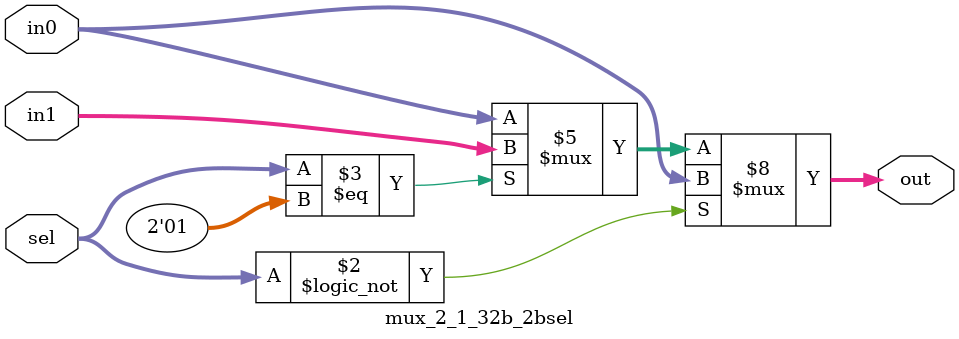
<source format=v>






module mux_2_1_32b_2bsel (
	input wire [31:0] in0,
	input wire [31:0] in1,
	input wire [1:0] sel,
	output reg [31:0] out);
	
	always @* begin
		if (sel == 2'b00) begin
			out <= in0;
		end else if (sel == 2'b01) begin
			out <= in1;
		end else begin
			out <= in0;
		end
	end
endmodule

</source>
